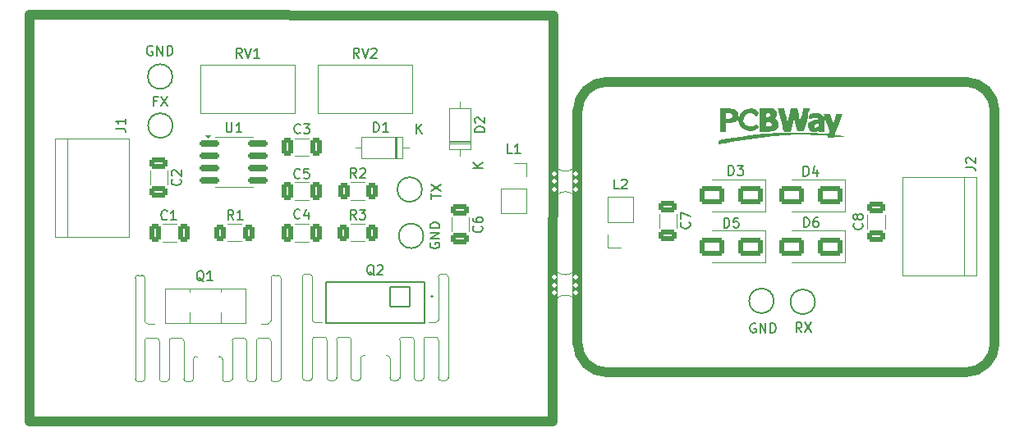
<source format=gbr>
G04 #@! TF.GenerationSoftware,KiCad,Pcbnew,8.0.6*
G04 #@! TF.CreationDate,2025-12-03T01:38:51-06:00*
G04 #@! TF.ProjectId,WirelessChargerPCB,57697265-6c65-4737-9343-686172676572,rev?*
G04 #@! TF.SameCoordinates,Original*
G04 #@! TF.FileFunction,Legend,Top*
G04 #@! TF.FilePolarity,Positive*
%FSLAX46Y46*%
G04 Gerber Fmt 4.6, Leading zero omitted, Abs format (unit mm)*
G04 Created by KiCad (PCBNEW 8.0.6) date 2025-12-03 01:38:51*
%MOMM*%
%LPD*%
G01*
G04 APERTURE LIST*
G04 Aperture macros list*
%AMRoundRect*
0 Rectangle with rounded corners*
0 $1 Rounding radius*
0 $2 $3 $4 $5 $6 $7 $8 $9 X,Y pos of 4 corners*
0 Add a 4 corners polygon primitive as box body*
4,1,4,$2,$3,$4,$5,$6,$7,$8,$9,$2,$3,0*
0 Add four circle primitives for the rounded corners*
1,1,$1+$1,$2,$3*
1,1,$1+$1,$4,$5*
1,1,$1+$1,$6,$7*
1,1,$1+$1,$8,$9*
0 Add four rect primitives between the rounded corners*
20,1,$1+$1,$2,$3,$4,$5,0*
20,1,$1+$1,$4,$5,$6,$7,0*
20,1,$1+$1,$6,$7,$8,$9,0*
20,1,$1+$1,$8,$9,$2,$3,0*%
G04 Aperture macros list end*
%ADD10C,1.000000*%
%ADD11C,0.150000*%
%ADD12C,0.120000*%
%ADD13C,0.127000*%
%ADD14C,0.200000*%
%ADD15C,0.100000*%
%ADD16C,0.000000*%
%ADD17C,3.200000*%
%ADD18R,3.000000X3.000000*%
%ADD19C,3.000000*%
%ADD20R,1.700000X1.700000*%
%ADD21O,1.700000X1.700000*%
%ADD22RoundRect,0.250000X-0.312500X-0.625000X0.312500X-0.625000X0.312500X0.625000X-0.312500X0.625000X0*%
%ADD23RoundRect,0.250000X-0.650000X0.325000X-0.650000X-0.325000X0.650000X-0.325000X0.650000X0.325000X0*%
%ADD24R,1.600000X1.600000*%
%ADD25O,1.600000X1.600000*%
%ADD26RoundRect,0.250000X1.000000X0.650000X-1.000000X0.650000X-1.000000X-0.650000X1.000000X-0.650000X0*%
%ADD27C,1.800000*%
%ADD28RoundRect,0.150000X-0.825000X-0.150000X0.825000X-0.150000X0.825000X0.150000X-0.825000X0.150000X0*%
%ADD29C,1.734000*%
%ADD30RoundRect,0.102000X0.997500X0.997500X-0.997500X0.997500X-0.997500X-0.997500X0.997500X-0.997500X0*%
%ADD31C,2.199000*%
%ADD32RoundRect,0.250000X0.325000X0.650000X-0.325000X0.650000X-0.325000X-0.650000X0.325000X-0.650000X0*%
%ADD33C,1.440000*%
%ADD34RoundRect,0.250000X-0.325000X-0.650000X0.325000X-0.650000X0.325000X0.650000X-0.325000X0.650000X0*%
%ADD35C,0.500000*%
%ADD36R,1.710000X1.800000*%
%ADD37O,1.710000X1.800000*%
%ADD38RoundRect,0.250000X0.650000X-0.325000X0.650000X0.325000X-0.650000X0.325000X-0.650000X-0.325000X0*%
G04 APERTURE END LIST*
D10*
X195300000Y-112390000D02*
G75*
G02*
X192300000Y-115390000I-3000000J0D01*
G01*
X155300000Y-85390000D02*
X192300000Y-85390000D01*
X152300000Y-88390000D02*
G75*
G02*
X155300000Y-85390000I3000000J0D01*
G01*
X155300000Y-115390000D02*
G75*
G02*
X152300000Y-112390000I0J3000000D01*
G01*
X95755000Y-120455000D02*
X95765000Y-78485000D01*
X149765000Y-78525000D02*
X149755000Y-120495000D01*
X192300000Y-85390000D02*
G75*
G02*
X195300000Y-88390000I0J-3000000D01*
G01*
X195300000Y-88390000D02*
X195300000Y-112390000D01*
X152300000Y-88390000D02*
X152300000Y-112390000D01*
X192300000Y-115390000D02*
X155300000Y-115390000D01*
X95765000Y-78485000D02*
X149765000Y-78525000D01*
X95755000Y-120455000D02*
X149755000Y-120495000D01*
D11*
X108453095Y-81712438D02*
X108357857Y-81664819D01*
X108357857Y-81664819D02*
X108215000Y-81664819D01*
X108215000Y-81664819D02*
X108072143Y-81712438D01*
X108072143Y-81712438D02*
X107976905Y-81807676D01*
X107976905Y-81807676D02*
X107929286Y-81902914D01*
X107929286Y-81902914D02*
X107881667Y-82093390D01*
X107881667Y-82093390D02*
X107881667Y-82236247D01*
X107881667Y-82236247D02*
X107929286Y-82426723D01*
X107929286Y-82426723D02*
X107976905Y-82521961D01*
X107976905Y-82521961D02*
X108072143Y-82617200D01*
X108072143Y-82617200D02*
X108215000Y-82664819D01*
X108215000Y-82664819D02*
X108310238Y-82664819D01*
X108310238Y-82664819D02*
X108453095Y-82617200D01*
X108453095Y-82617200D02*
X108500714Y-82569580D01*
X108500714Y-82569580D02*
X108500714Y-82236247D01*
X108500714Y-82236247D02*
X108310238Y-82236247D01*
X108929286Y-82664819D02*
X108929286Y-81664819D01*
X108929286Y-81664819D02*
X109500714Y-82664819D01*
X109500714Y-82664819D02*
X109500714Y-81664819D01*
X109976905Y-82664819D02*
X109976905Y-81664819D01*
X109976905Y-81664819D02*
X110215000Y-81664819D01*
X110215000Y-81664819D02*
X110357857Y-81712438D01*
X110357857Y-81712438D02*
X110453095Y-81807676D01*
X110453095Y-81807676D02*
X110500714Y-81902914D01*
X110500714Y-81902914D02*
X110548333Y-82093390D01*
X110548333Y-82093390D02*
X110548333Y-82236247D01*
X110548333Y-82236247D02*
X110500714Y-82426723D01*
X110500714Y-82426723D02*
X110453095Y-82521961D01*
X110453095Y-82521961D02*
X110357857Y-82617200D01*
X110357857Y-82617200D02*
X110215000Y-82664819D01*
X110215000Y-82664819D02*
X109976905Y-82664819D01*
X137122438Y-102016904D02*
X137074819Y-102112142D01*
X137074819Y-102112142D02*
X137074819Y-102254999D01*
X137074819Y-102254999D02*
X137122438Y-102397856D01*
X137122438Y-102397856D02*
X137217676Y-102493094D01*
X137217676Y-102493094D02*
X137312914Y-102540713D01*
X137312914Y-102540713D02*
X137503390Y-102588332D01*
X137503390Y-102588332D02*
X137646247Y-102588332D01*
X137646247Y-102588332D02*
X137836723Y-102540713D01*
X137836723Y-102540713D02*
X137931961Y-102493094D01*
X137931961Y-102493094D02*
X138027200Y-102397856D01*
X138027200Y-102397856D02*
X138074819Y-102254999D01*
X138074819Y-102254999D02*
X138074819Y-102159761D01*
X138074819Y-102159761D02*
X138027200Y-102016904D01*
X138027200Y-102016904D02*
X137979580Y-101969285D01*
X137979580Y-101969285D02*
X137646247Y-101969285D01*
X137646247Y-101969285D02*
X137646247Y-102159761D01*
X138074819Y-101540713D02*
X137074819Y-101540713D01*
X137074819Y-101540713D02*
X138074819Y-100969285D01*
X138074819Y-100969285D02*
X137074819Y-100969285D01*
X138074819Y-100493094D02*
X137074819Y-100493094D01*
X137074819Y-100493094D02*
X137074819Y-100254999D01*
X137074819Y-100254999D02*
X137122438Y-100112142D01*
X137122438Y-100112142D02*
X137217676Y-100016904D01*
X137217676Y-100016904D02*
X137312914Y-99969285D01*
X137312914Y-99969285D02*
X137503390Y-99921666D01*
X137503390Y-99921666D02*
X137646247Y-99921666D01*
X137646247Y-99921666D02*
X137836723Y-99969285D01*
X137836723Y-99969285D02*
X137931961Y-100016904D01*
X137931961Y-100016904D02*
X138027200Y-100112142D01*
X138027200Y-100112142D02*
X138074819Y-100254999D01*
X138074819Y-100254999D02*
X138074819Y-100493094D01*
X108931666Y-87381009D02*
X108598333Y-87381009D01*
X108598333Y-87904819D02*
X108598333Y-86904819D01*
X108598333Y-86904819D02*
X109074523Y-86904819D01*
X109360238Y-86904819D02*
X110026904Y-87904819D01*
X110026904Y-86904819D02*
X109360238Y-87904819D01*
X137184819Y-97506904D02*
X137184819Y-96935476D01*
X138184819Y-97221190D02*
X137184819Y-97221190D01*
X137184819Y-96697380D02*
X138184819Y-96030714D01*
X137184819Y-96030714D02*
X138184819Y-96697380D01*
X170638095Y-110347438D02*
X170542857Y-110299819D01*
X170542857Y-110299819D02*
X170400000Y-110299819D01*
X170400000Y-110299819D02*
X170257143Y-110347438D01*
X170257143Y-110347438D02*
X170161905Y-110442676D01*
X170161905Y-110442676D02*
X170114286Y-110537914D01*
X170114286Y-110537914D02*
X170066667Y-110728390D01*
X170066667Y-110728390D02*
X170066667Y-110871247D01*
X170066667Y-110871247D02*
X170114286Y-111061723D01*
X170114286Y-111061723D02*
X170161905Y-111156961D01*
X170161905Y-111156961D02*
X170257143Y-111252200D01*
X170257143Y-111252200D02*
X170400000Y-111299819D01*
X170400000Y-111299819D02*
X170495238Y-111299819D01*
X170495238Y-111299819D02*
X170638095Y-111252200D01*
X170638095Y-111252200D02*
X170685714Y-111204580D01*
X170685714Y-111204580D02*
X170685714Y-110871247D01*
X170685714Y-110871247D02*
X170495238Y-110871247D01*
X171114286Y-111299819D02*
X171114286Y-110299819D01*
X171114286Y-110299819D02*
X171685714Y-111299819D01*
X171685714Y-111299819D02*
X171685714Y-110299819D01*
X172161905Y-111299819D02*
X172161905Y-110299819D01*
X172161905Y-110299819D02*
X172400000Y-110299819D01*
X172400000Y-110299819D02*
X172542857Y-110347438D01*
X172542857Y-110347438D02*
X172638095Y-110442676D01*
X172638095Y-110442676D02*
X172685714Y-110537914D01*
X172685714Y-110537914D02*
X172733333Y-110728390D01*
X172733333Y-110728390D02*
X172733333Y-110871247D01*
X172733333Y-110871247D02*
X172685714Y-111061723D01*
X172685714Y-111061723D02*
X172638095Y-111156961D01*
X172638095Y-111156961D02*
X172542857Y-111252200D01*
X172542857Y-111252200D02*
X172400000Y-111299819D01*
X172400000Y-111299819D02*
X172161905Y-111299819D01*
X175403333Y-111259819D02*
X175070000Y-110783628D01*
X174831905Y-111259819D02*
X174831905Y-110259819D01*
X174831905Y-110259819D02*
X175212857Y-110259819D01*
X175212857Y-110259819D02*
X175308095Y-110307438D01*
X175308095Y-110307438D02*
X175355714Y-110355057D01*
X175355714Y-110355057D02*
X175403333Y-110450295D01*
X175403333Y-110450295D02*
X175403333Y-110593152D01*
X175403333Y-110593152D02*
X175355714Y-110688390D01*
X175355714Y-110688390D02*
X175308095Y-110736009D01*
X175308095Y-110736009D02*
X175212857Y-110783628D01*
X175212857Y-110783628D02*
X174831905Y-110783628D01*
X175736667Y-110259819D02*
X176403333Y-111259819D01*
X176403333Y-110259819D02*
X175736667Y-111259819D01*
X192304819Y-94213333D02*
X193019104Y-94213333D01*
X193019104Y-94213333D02*
X193161961Y-94260952D01*
X193161961Y-94260952D02*
X193257200Y-94356190D01*
X193257200Y-94356190D02*
X193304819Y-94499047D01*
X193304819Y-94499047D02*
X193304819Y-94594285D01*
X192400057Y-93784761D02*
X192352438Y-93737142D01*
X192352438Y-93737142D02*
X192304819Y-93641904D01*
X192304819Y-93641904D02*
X192304819Y-93403809D01*
X192304819Y-93403809D02*
X192352438Y-93308571D01*
X192352438Y-93308571D02*
X192400057Y-93260952D01*
X192400057Y-93260952D02*
X192495295Y-93213333D01*
X192495295Y-93213333D02*
X192590533Y-93213333D01*
X192590533Y-93213333D02*
X192733390Y-93260952D01*
X192733390Y-93260952D02*
X193304819Y-93832380D01*
X193304819Y-93832380D02*
X193304819Y-93213333D01*
X104669819Y-90198333D02*
X105384104Y-90198333D01*
X105384104Y-90198333D02*
X105526961Y-90245952D01*
X105526961Y-90245952D02*
X105622200Y-90341190D01*
X105622200Y-90341190D02*
X105669819Y-90484047D01*
X105669819Y-90484047D02*
X105669819Y-90579285D01*
X105669819Y-89198333D02*
X105669819Y-89769761D01*
X105669819Y-89484047D02*
X104669819Y-89484047D01*
X104669819Y-89484047D02*
X104812676Y-89579285D01*
X104812676Y-89579285D02*
X104907914Y-89674523D01*
X104907914Y-89674523D02*
X104955533Y-89769761D01*
X145533333Y-92789819D02*
X145057143Y-92789819D01*
X145057143Y-92789819D02*
X145057143Y-91789819D01*
X146390476Y-92789819D02*
X145819048Y-92789819D01*
X146104762Y-92789819D02*
X146104762Y-91789819D01*
X146104762Y-91789819D02*
X146009524Y-91932676D01*
X146009524Y-91932676D02*
X145914286Y-92027914D01*
X145914286Y-92027914D02*
X145819048Y-92075533D01*
X129465833Y-99599819D02*
X129132500Y-99123628D01*
X128894405Y-99599819D02*
X128894405Y-98599819D01*
X128894405Y-98599819D02*
X129275357Y-98599819D01*
X129275357Y-98599819D02*
X129370595Y-98647438D01*
X129370595Y-98647438D02*
X129418214Y-98695057D01*
X129418214Y-98695057D02*
X129465833Y-98790295D01*
X129465833Y-98790295D02*
X129465833Y-98933152D01*
X129465833Y-98933152D02*
X129418214Y-99028390D01*
X129418214Y-99028390D02*
X129370595Y-99076009D01*
X129370595Y-99076009D02*
X129275357Y-99123628D01*
X129275357Y-99123628D02*
X128894405Y-99123628D01*
X129799167Y-98599819D02*
X130418214Y-98599819D01*
X130418214Y-98599819D02*
X130084881Y-98980771D01*
X130084881Y-98980771D02*
X130227738Y-98980771D01*
X130227738Y-98980771D02*
X130322976Y-99028390D01*
X130322976Y-99028390D02*
X130370595Y-99076009D01*
X130370595Y-99076009D02*
X130418214Y-99171247D01*
X130418214Y-99171247D02*
X130418214Y-99409342D01*
X130418214Y-99409342D02*
X130370595Y-99504580D01*
X130370595Y-99504580D02*
X130322976Y-99552200D01*
X130322976Y-99552200D02*
X130227738Y-99599819D01*
X130227738Y-99599819D02*
X129942024Y-99599819D01*
X129942024Y-99599819D02*
X129846786Y-99552200D01*
X129846786Y-99552200D02*
X129799167Y-99504580D01*
X163809580Y-99906666D02*
X163857200Y-99954285D01*
X163857200Y-99954285D02*
X163904819Y-100097142D01*
X163904819Y-100097142D02*
X163904819Y-100192380D01*
X163904819Y-100192380D02*
X163857200Y-100335237D01*
X163857200Y-100335237D02*
X163761961Y-100430475D01*
X163761961Y-100430475D02*
X163666723Y-100478094D01*
X163666723Y-100478094D02*
X163476247Y-100525713D01*
X163476247Y-100525713D02*
X163333390Y-100525713D01*
X163333390Y-100525713D02*
X163142914Y-100478094D01*
X163142914Y-100478094D02*
X163047676Y-100430475D01*
X163047676Y-100430475D02*
X162952438Y-100335237D01*
X162952438Y-100335237D02*
X162904819Y-100192380D01*
X162904819Y-100192380D02*
X162904819Y-100097142D01*
X162904819Y-100097142D02*
X162952438Y-99954285D01*
X162952438Y-99954285D02*
X163000057Y-99906666D01*
X162904819Y-99573332D02*
X162904819Y-98906666D01*
X162904819Y-98906666D02*
X163904819Y-99335237D01*
X142699819Y-90583094D02*
X141699819Y-90583094D01*
X141699819Y-90583094D02*
X141699819Y-90344999D01*
X141699819Y-90344999D02*
X141747438Y-90202142D01*
X141747438Y-90202142D02*
X141842676Y-90106904D01*
X141842676Y-90106904D02*
X141937914Y-90059285D01*
X141937914Y-90059285D02*
X142128390Y-90011666D01*
X142128390Y-90011666D02*
X142271247Y-90011666D01*
X142271247Y-90011666D02*
X142461723Y-90059285D01*
X142461723Y-90059285D02*
X142556961Y-90106904D01*
X142556961Y-90106904D02*
X142652200Y-90202142D01*
X142652200Y-90202142D02*
X142699819Y-90344999D01*
X142699819Y-90344999D02*
X142699819Y-90583094D01*
X141795057Y-89630713D02*
X141747438Y-89583094D01*
X141747438Y-89583094D02*
X141699819Y-89487856D01*
X141699819Y-89487856D02*
X141699819Y-89249761D01*
X141699819Y-89249761D02*
X141747438Y-89154523D01*
X141747438Y-89154523D02*
X141795057Y-89106904D01*
X141795057Y-89106904D02*
X141890295Y-89059285D01*
X141890295Y-89059285D02*
X141985533Y-89059285D01*
X141985533Y-89059285D02*
X142128390Y-89106904D01*
X142128390Y-89106904D02*
X142699819Y-89678332D01*
X142699819Y-89678332D02*
X142699819Y-89059285D01*
X142529819Y-94296904D02*
X141529819Y-94296904D01*
X142529819Y-93725476D02*
X141958390Y-94154047D01*
X141529819Y-93725476D02*
X142101247Y-94296904D01*
X111324580Y-95456666D02*
X111372200Y-95504285D01*
X111372200Y-95504285D02*
X111419819Y-95647142D01*
X111419819Y-95647142D02*
X111419819Y-95742380D01*
X111419819Y-95742380D02*
X111372200Y-95885237D01*
X111372200Y-95885237D02*
X111276961Y-95980475D01*
X111276961Y-95980475D02*
X111181723Y-96028094D01*
X111181723Y-96028094D02*
X110991247Y-96075713D01*
X110991247Y-96075713D02*
X110848390Y-96075713D01*
X110848390Y-96075713D02*
X110657914Y-96028094D01*
X110657914Y-96028094D02*
X110562676Y-95980475D01*
X110562676Y-95980475D02*
X110467438Y-95885237D01*
X110467438Y-95885237D02*
X110419819Y-95742380D01*
X110419819Y-95742380D02*
X110419819Y-95647142D01*
X110419819Y-95647142D02*
X110467438Y-95504285D01*
X110467438Y-95504285D02*
X110515057Y-95456666D01*
X110515057Y-95075713D02*
X110467438Y-95028094D01*
X110467438Y-95028094D02*
X110419819Y-94932856D01*
X110419819Y-94932856D02*
X110419819Y-94694761D01*
X110419819Y-94694761D02*
X110467438Y-94599523D01*
X110467438Y-94599523D02*
X110515057Y-94551904D01*
X110515057Y-94551904D02*
X110610295Y-94504285D01*
X110610295Y-94504285D02*
X110705533Y-94504285D01*
X110705533Y-94504285D02*
X110848390Y-94551904D01*
X110848390Y-94551904D02*
X111419819Y-95123332D01*
X111419819Y-95123332D02*
X111419819Y-94504285D01*
X167394405Y-100444819D02*
X167394405Y-99444819D01*
X167394405Y-99444819D02*
X167632500Y-99444819D01*
X167632500Y-99444819D02*
X167775357Y-99492438D01*
X167775357Y-99492438D02*
X167870595Y-99587676D01*
X167870595Y-99587676D02*
X167918214Y-99682914D01*
X167918214Y-99682914D02*
X167965833Y-99873390D01*
X167965833Y-99873390D02*
X167965833Y-100016247D01*
X167965833Y-100016247D02*
X167918214Y-100206723D01*
X167918214Y-100206723D02*
X167870595Y-100301961D01*
X167870595Y-100301961D02*
X167775357Y-100397200D01*
X167775357Y-100397200D02*
X167632500Y-100444819D01*
X167632500Y-100444819D02*
X167394405Y-100444819D01*
X168870595Y-99444819D02*
X168394405Y-99444819D01*
X168394405Y-99444819D02*
X168346786Y-99921009D01*
X168346786Y-99921009D02*
X168394405Y-99873390D01*
X168394405Y-99873390D02*
X168489643Y-99825771D01*
X168489643Y-99825771D02*
X168727738Y-99825771D01*
X168727738Y-99825771D02*
X168822976Y-99873390D01*
X168822976Y-99873390D02*
X168870595Y-99921009D01*
X168870595Y-99921009D02*
X168918214Y-100016247D01*
X168918214Y-100016247D02*
X168918214Y-100254342D01*
X168918214Y-100254342D02*
X168870595Y-100349580D01*
X168870595Y-100349580D02*
X168822976Y-100397200D01*
X168822976Y-100397200D02*
X168727738Y-100444819D01*
X168727738Y-100444819D02*
X168489643Y-100444819D01*
X168489643Y-100444819D02*
X168394405Y-100397200D01*
X168394405Y-100397200D02*
X168346786Y-100349580D01*
X116083095Y-89589819D02*
X116083095Y-90399342D01*
X116083095Y-90399342D02*
X116130714Y-90494580D01*
X116130714Y-90494580D02*
X116178333Y-90542200D01*
X116178333Y-90542200D02*
X116273571Y-90589819D01*
X116273571Y-90589819D02*
X116464047Y-90589819D01*
X116464047Y-90589819D02*
X116559285Y-90542200D01*
X116559285Y-90542200D02*
X116606904Y-90494580D01*
X116606904Y-90494580D02*
X116654523Y-90399342D01*
X116654523Y-90399342D02*
X116654523Y-89589819D01*
X117654523Y-90589819D02*
X117083095Y-90589819D01*
X117368809Y-90589819D02*
X117368809Y-89589819D01*
X117368809Y-89589819D02*
X117273571Y-89732676D01*
X117273571Y-89732676D02*
X117178333Y-89827914D01*
X117178333Y-89827914D02*
X117083095Y-89875533D01*
X131329761Y-105385057D02*
X131234523Y-105337438D01*
X131234523Y-105337438D02*
X131139285Y-105242200D01*
X131139285Y-105242200D02*
X130996428Y-105099342D01*
X130996428Y-105099342D02*
X130901190Y-105051723D01*
X130901190Y-105051723D02*
X130805952Y-105051723D01*
X130853571Y-105289819D02*
X130758333Y-105242200D01*
X130758333Y-105242200D02*
X130663095Y-105146961D01*
X130663095Y-105146961D02*
X130615476Y-104956485D01*
X130615476Y-104956485D02*
X130615476Y-104623152D01*
X130615476Y-104623152D02*
X130663095Y-104432676D01*
X130663095Y-104432676D02*
X130758333Y-104337438D01*
X130758333Y-104337438D02*
X130853571Y-104289819D01*
X130853571Y-104289819D02*
X131044047Y-104289819D01*
X131044047Y-104289819D02*
X131139285Y-104337438D01*
X131139285Y-104337438D02*
X131234523Y-104432676D01*
X131234523Y-104432676D02*
X131282142Y-104623152D01*
X131282142Y-104623152D02*
X131282142Y-104956485D01*
X131282142Y-104956485D02*
X131234523Y-105146961D01*
X131234523Y-105146961D02*
X131139285Y-105242200D01*
X131139285Y-105242200D02*
X131044047Y-105289819D01*
X131044047Y-105289819D02*
X130853571Y-105289819D01*
X131663095Y-104385057D02*
X131710714Y-104337438D01*
X131710714Y-104337438D02*
X131805952Y-104289819D01*
X131805952Y-104289819D02*
X132044047Y-104289819D01*
X132044047Y-104289819D02*
X132139285Y-104337438D01*
X132139285Y-104337438D02*
X132186904Y-104385057D01*
X132186904Y-104385057D02*
X132234523Y-104480295D01*
X132234523Y-104480295D02*
X132234523Y-104575533D01*
X132234523Y-104575533D02*
X132186904Y-104718390D01*
X132186904Y-104718390D02*
X131615476Y-105289819D01*
X131615476Y-105289819D02*
X132234523Y-105289819D01*
X116823333Y-99619819D02*
X116490000Y-99143628D01*
X116251905Y-99619819D02*
X116251905Y-98619819D01*
X116251905Y-98619819D02*
X116632857Y-98619819D01*
X116632857Y-98619819D02*
X116728095Y-98667438D01*
X116728095Y-98667438D02*
X116775714Y-98715057D01*
X116775714Y-98715057D02*
X116823333Y-98810295D01*
X116823333Y-98810295D02*
X116823333Y-98953152D01*
X116823333Y-98953152D02*
X116775714Y-99048390D01*
X116775714Y-99048390D02*
X116728095Y-99096009D01*
X116728095Y-99096009D02*
X116632857Y-99143628D01*
X116632857Y-99143628D02*
X116251905Y-99143628D01*
X117775714Y-99619819D02*
X117204286Y-99619819D01*
X117490000Y-99619819D02*
X117490000Y-98619819D01*
X117490000Y-98619819D02*
X117394762Y-98762676D01*
X117394762Y-98762676D02*
X117299524Y-98857914D01*
X117299524Y-98857914D02*
X117204286Y-98905533D01*
X167846905Y-95034819D02*
X167846905Y-94034819D01*
X167846905Y-94034819D02*
X168085000Y-94034819D01*
X168085000Y-94034819D02*
X168227857Y-94082438D01*
X168227857Y-94082438D02*
X168323095Y-94177676D01*
X168323095Y-94177676D02*
X168370714Y-94272914D01*
X168370714Y-94272914D02*
X168418333Y-94463390D01*
X168418333Y-94463390D02*
X168418333Y-94606247D01*
X168418333Y-94606247D02*
X168370714Y-94796723D01*
X168370714Y-94796723D02*
X168323095Y-94891961D01*
X168323095Y-94891961D02*
X168227857Y-94987200D01*
X168227857Y-94987200D02*
X168085000Y-95034819D01*
X168085000Y-95034819D02*
X167846905Y-95034819D01*
X168751667Y-94034819D02*
X169370714Y-94034819D01*
X169370714Y-94034819D02*
X169037381Y-94415771D01*
X169037381Y-94415771D02*
X169180238Y-94415771D01*
X169180238Y-94415771D02*
X169275476Y-94463390D01*
X169275476Y-94463390D02*
X169323095Y-94511009D01*
X169323095Y-94511009D02*
X169370714Y-94606247D01*
X169370714Y-94606247D02*
X169370714Y-94844342D01*
X169370714Y-94844342D02*
X169323095Y-94939580D01*
X169323095Y-94939580D02*
X169275476Y-94987200D01*
X169275476Y-94987200D02*
X169180238Y-95034819D01*
X169180238Y-95034819D02*
X168894524Y-95034819D01*
X168894524Y-95034819D02*
X168799286Y-94987200D01*
X168799286Y-94987200D02*
X168751667Y-94939580D01*
X156538333Y-96454819D02*
X156062143Y-96454819D01*
X156062143Y-96454819D02*
X156062143Y-95454819D01*
X156824048Y-95550057D02*
X156871667Y-95502438D01*
X156871667Y-95502438D02*
X156966905Y-95454819D01*
X156966905Y-95454819D02*
X157205000Y-95454819D01*
X157205000Y-95454819D02*
X157300238Y-95502438D01*
X157300238Y-95502438D02*
X157347857Y-95550057D01*
X157347857Y-95550057D02*
X157395476Y-95645295D01*
X157395476Y-95645295D02*
X157395476Y-95740533D01*
X157395476Y-95740533D02*
X157347857Y-95883390D01*
X157347857Y-95883390D02*
X156776429Y-96454819D01*
X156776429Y-96454819D02*
X157395476Y-96454819D01*
X123670833Y-95274580D02*
X123623214Y-95322200D01*
X123623214Y-95322200D02*
X123480357Y-95369819D01*
X123480357Y-95369819D02*
X123385119Y-95369819D01*
X123385119Y-95369819D02*
X123242262Y-95322200D01*
X123242262Y-95322200D02*
X123147024Y-95226961D01*
X123147024Y-95226961D02*
X123099405Y-95131723D01*
X123099405Y-95131723D02*
X123051786Y-94941247D01*
X123051786Y-94941247D02*
X123051786Y-94798390D01*
X123051786Y-94798390D02*
X123099405Y-94607914D01*
X123099405Y-94607914D02*
X123147024Y-94512676D01*
X123147024Y-94512676D02*
X123242262Y-94417438D01*
X123242262Y-94417438D02*
X123385119Y-94369819D01*
X123385119Y-94369819D02*
X123480357Y-94369819D01*
X123480357Y-94369819D02*
X123623214Y-94417438D01*
X123623214Y-94417438D02*
X123670833Y-94465057D01*
X124575595Y-94369819D02*
X124099405Y-94369819D01*
X124099405Y-94369819D02*
X124051786Y-94846009D01*
X124051786Y-94846009D02*
X124099405Y-94798390D01*
X124099405Y-94798390D02*
X124194643Y-94750771D01*
X124194643Y-94750771D02*
X124432738Y-94750771D01*
X124432738Y-94750771D02*
X124527976Y-94798390D01*
X124527976Y-94798390D02*
X124575595Y-94846009D01*
X124575595Y-94846009D02*
X124623214Y-94941247D01*
X124623214Y-94941247D02*
X124623214Y-95179342D01*
X124623214Y-95179342D02*
X124575595Y-95274580D01*
X124575595Y-95274580D02*
X124527976Y-95322200D01*
X124527976Y-95322200D02*
X124432738Y-95369819D01*
X124432738Y-95369819D02*
X124194643Y-95369819D01*
X124194643Y-95369819D02*
X124099405Y-95322200D01*
X124099405Y-95322200D02*
X124051786Y-95274580D01*
X175571905Y-95104819D02*
X175571905Y-94104819D01*
X175571905Y-94104819D02*
X175810000Y-94104819D01*
X175810000Y-94104819D02*
X175952857Y-94152438D01*
X175952857Y-94152438D02*
X176048095Y-94247676D01*
X176048095Y-94247676D02*
X176095714Y-94342914D01*
X176095714Y-94342914D02*
X176143333Y-94533390D01*
X176143333Y-94533390D02*
X176143333Y-94676247D01*
X176143333Y-94676247D02*
X176095714Y-94866723D01*
X176095714Y-94866723D02*
X176048095Y-94961961D01*
X176048095Y-94961961D02*
X175952857Y-95057200D01*
X175952857Y-95057200D02*
X175810000Y-95104819D01*
X175810000Y-95104819D02*
X175571905Y-95104819D01*
X177000476Y-94438152D02*
X177000476Y-95104819D01*
X176762381Y-94057200D02*
X176524286Y-94771485D01*
X176524286Y-94771485D02*
X177143333Y-94771485D01*
X123683333Y-99444580D02*
X123635714Y-99492200D01*
X123635714Y-99492200D02*
X123492857Y-99539819D01*
X123492857Y-99539819D02*
X123397619Y-99539819D01*
X123397619Y-99539819D02*
X123254762Y-99492200D01*
X123254762Y-99492200D02*
X123159524Y-99396961D01*
X123159524Y-99396961D02*
X123111905Y-99301723D01*
X123111905Y-99301723D02*
X123064286Y-99111247D01*
X123064286Y-99111247D02*
X123064286Y-98968390D01*
X123064286Y-98968390D02*
X123111905Y-98777914D01*
X123111905Y-98777914D02*
X123159524Y-98682676D01*
X123159524Y-98682676D02*
X123254762Y-98587438D01*
X123254762Y-98587438D02*
X123397619Y-98539819D01*
X123397619Y-98539819D02*
X123492857Y-98539819D01*
X123492857Y-98539819D02*
X123635714Y-98587438D01*
X123635714Y-98587438D02*
X123683333Y-98635057D01*
X124540476Y-98873152D02*
X124540476Y-99539819D01*
X124302381Y-98492200D02*
X124064286Y-99206485D01*
X124064286Y-99206485D02*
X124683333Y-99206485D01*
X129769761Y-82919819D02*
X129436428Y-82443628D01*
X129198333Y-82919819D02*
X129198333Y-81919819D01*
X129198333Y-81919819D02*
X129579285Y-81919819D01*
X129579285Y-81919819D02*
X129674523Y-81967438D01*
X129674523Y-81967438D02*
X129722142Y-82015057D01*
X129722142Y-82015057D02*
X129769761Y-82110295D01*
X129769761Y-82110295D02*
X129769761Y-82253152D01*
X129769761Y-82253152D02*
X129722142Y-82348390D01*
X129722142Y-82348390D02*
X129674523Y-82396009D01*
X129674523Y-82396009D02*
X129579285Y-82443628D01*
X129579285Y-82443628D02*
X129198333Y-82443628D01*
X130055476Y-81919819D02*
X130388809Y-82919819D01*
X130388809Y-82919819D02*
X130722142Y-81919819D01*
X131007857Y-82015057D02*
X131055476Y-81967438D01*
X131055476Y-81967438D02*
X131150714Y-81919819D01*
X131150714Y-81919819D02*
X131388809Y-81919819D01*
X131388809Y-81919819D02*
X131484047Y-81967438D01*
X131484047Y-81967438D02*
X131531666Y-82015057D01*
X131531666Y-82015057D02*
X131579285Y-82110295D01*
X131579285Y-82110295D02*
X131579285Y-82205533D01*
X131579285Y-82205533D02*
X131531666Y-82348390D01*
X131531666Y-82348390D02*
X130960238Y-82919819D01*
X130960238Y-82919819D02*
X131579285Y-82919819D01*
X117689761Y-82919819D02*
X117356428Y-82443628D01*
X117118333Y-82919819D02*
X117118333Y-81919819D01*
X117118333Y-81919819D02*
X117499285Y-81919819D01*
X117499285Y-81919819D02*
X117594523Y-81967438D01*
X117594523Y-81967438D02*
X117642142Y-82015057D01*
X117642142Y-82015057D02*
X117689761Y-82110295D01*
X117689761Y-82110295D02*
X117689761Y-82253152D01*
X117689761Y-82253152D02*
X117642142Y-82348390D01*
X117642142Y-82348390D02*
X117594523Y-82396009D01*
X117594523Y-82396009D02*
X117499285Y-82443628D01*
X117499285Y-82443628D02*
X117118333Y-82443628D01*
X117975476Y-81919819D02*
X118308809Y-82919819D01*
X118308809Y-82919819D02*
X118642142Y-81919819D01*
X119499285Y-82919819D02*
X118927857Y-82919819D01*
X119213571Y-82919819D02*
X119213571Y-81919819D01*
X119213571Y-81919819D02*
X119118333Y-82062676D01*
X119118333Y-82062676D02*
X119023095Y-82157914D01*
X119023095Y-82157914D02*
X118927857Y-82205533D01*
X175621905Y-100394819D02*
X175621905Y-99394819D01*
X175621905Y-99394819D02*
X175860000Y-99394819D01*
X175860000Y-99394819D02*
X176002857Y-99442438D01*
X176002857Y-99442438D02*
X176098095Y-99537676D01*
X176098095Y-99537676D02*
X176145714Y-99632914D01*
X176145714Y-99632914D02*
X176193333Y-99823390D01*
X176193333Y-99823390D02*
X176193333Y-99966247D01*
X176193333Y-99966247D02*
X176145714Y-100156723D01*
X176145714Y-100156723D02*
X176098095Y-100251961D01*
X176098095Y-100251961D02*
X176002857Y-100347200D01*
X176002857Y-100347200D02*
X175860000Y-100394819D01*
X175860000Y-100394819D02*
X175621905Y-100394819D01*
X177050476Y-99394819D02*
X176860000Y-99394819D01*
X176860000Y-99394819D02*
X176764762Y-99442438D01*
X176764762Y-99442438D02*
X176717143Y-99490057D01*
X176717143Y-99490057D02*
X176621905Y-99632914D01*
X176621905Y-99632914D02*
X176574286Y-99823390D01*
X176574286Y-99823390D02*
X176574286Y-100204342D01*
X176574286Y-100204342D02*
X176621905Y-100299580D01*
X176621905Y-100299580D02*
X176669524Y-100347200D01*
X176669524Y-100347200D02*
X176764762Y-100394819D01*
X176764762Y-100394819D02*
X176955238Y-100394819D01*
X176955238Y-100394819D02*
X177050476Y-100347200D01*
X177050476Y-100347200D02*
X177098095Y-100299580D01*
X177098095Y-100299580D02*
X177145714Y-100204342D01*
X177145714Y-100204342D02*
X177145714Y-99966247D01*
X177145714Y-99966247D02*
X177098095Y-99871009D01*
X177098095Y-99871009D02*
X177050476Y-99823390D01*
X177050476Y-99823390D02*
X176955238Y-99775771D01*
X176955238Y-99775771D02*
X176764762Y-99775771D01*
X176764762Y-99775771D02*
X176669524Y-99823390D01*
X176669524Y-99823390D02*
X176621905Y-99871009D01*
X176621905Y-99871009D02*
X176574286Y-99966247D01*
X142394580Y-100296666D02*
X142442200Y-100344285D01*
X142442200Y-100344285D02*
X142489819Y-100487142D01*
X142489819Y-100487142D02*
X142489819Y-100582380D01*
X142489819Y-100582380D02*
X142442200Y-100725237D01*
X142442200Y-100725237D02*
X142346961Y-100820475D01*
X142346961Y-100820475D02*
X142251723Y-100868094D01*
X142251723Y-100868094D02*
X142061247Y-100915713D01*
X142061247Y-100915713D02*
X141918390Y-100915713D01*
X141918390Y-100915713D02*
X141727914Y-100868094D01*
X141727914Y-100868094D02*
X141632676Y-100820475D01*
X141632676Y-100820475D02*
X141537438Y-100725237D01*
X141537438Y-100725237D02*
X141489819Y-100582380D01*
X141489819Y-100582380D02*
X141489819Y-100487142D01*
X141489819Y-100487142D02*
X141537438Y-100344285D01*
X141537438Y-100344285D02*
X141585057Y-100296666D01*
X141489819Y-99439523D02*
X141489819Y-99629999D01*
X141489819Y-99629999D02*
X141537438Y-99725237D01*
X141537438Y-99725237D02*
X141585057Y-99772856D01*
X141585057Y-99772856D02*
X141727914Y-99868094D01*
X141727914Y-99868094D02*
X141918390Y-99915713D01*
X141918390Y-99915713D02*
X142299342Y-99915713D01*
X142299342Y-99915713D02*
X142394580Y-99868094D01*
X142394580Y-99868094D02*
X142442200Y-99820475D01*
X142442200Y-99820475D02*
X142489819Y-99725237D01*
X142489819Y-99725237D02*
X142489819Y-99534761D01*
X142489819Y-99534761D02*
X142442200Y-99439523D01*
X142442200Y-99439523D02*
X142394580Y-99391904D01*
X142394580Y-99391904D02*
X142299342Y-99344285D01*
X142299342Y-99344285D02*
X142061247Y-99344285D01*
X142061247Y-99344285D02*
X141966009Y-99391904D01*
X141966009Y-99391904D02*
X141918390Y-99439523D01*
X141918390Y-99439523D02*
X141870771Y-99534761D01*
X141870771Y-99534761D02*
X141870771Y-99725237D01*
X141870771Y-99725237D02*
X141918390Y-99820475D01*
X141918390Y-99820475D02*
X141966009Y-99868094D01*
X141966009Y-99868094D02*
X142061247Y-99915713D01*
X123698333Y-90634580D02*
X123650714Y-90682200D01*
X123650714Y-90682200D02*
X123507857Y-90729819D01*
X123507857Y-90729819D02*
X123412619Y-90729819D01*
X123412619Y-90729819D02*
X123269762Y-90682200D01*
X123269762Y-90682200D02*
X123174524Y-90586961D01*
X123174524Y-90586961D02*
X123126905Y-90491723D01*
X123126905Y-90491723D02*
X123079286Y-90301247D01*
X123079286Y-90301247D02*
X123079286Y-90158390D01*
X123079286Y-90158390D02*
X123126905Y-89967914D01*
X123126905Y-89967914D02*
X123174524Y-89872676D01*
X123174524Y-89872676D02*
X123269762Y-89777438D01*
X123269762Y-89777438D02*
X123412619Y-89729819D01*
X123412619Y-89729819D02*
X123507857Y-89729819D01*
X123507857Y-89729819D02*
X123650714Y-89777438D01*
X123650714Y-89777438D02*
X123698333Y-89825057D01*
X124031667Y-89729819D02*
X124650714Y-89729819D01*
X124650714Y-89729819D02*
X124317381Y-90110771D01*
X124317381Y-90110771D02*
X124460238Y-90110771D01*
X124460238Y-90110771D02*
X124555476Y-90158390D01*
X124555476Y-90158390D02*
X124603095Y-90206009D01*
X124603095Y-90206009D02*
X124650714Y-90301247D01*
X124650714Y-90301247D02*
X124650714Y-90539342D01*
X124650714Y-90539342D02*
X124603095Y-90634580D01*
X124603095Y-90634580D02*
X124555476Y-90682200D01*
X124555476Y-90682200D02*
X124460238Y-90729819D01*
X124460238Y-90729819D02*
X124174524Y-90729819D01*
X124174524Y-90729819D02*
X124079286Y-90682200D01*
X124079286Y-90682200D02*
X124031667Y-90634580D01*
X131256905Y-90559819D02*
X131256905Y-89559819D01*
X131256905Y-89559819D02*
X131495000Y-89559819D01*
X131495000Y-89559819D02*
X131637857Y-89607438D01*
X131637857Y-89607438D02*
X131733095Y-89702676D01*
X131733095Y-89702676D02*
X131780714Y-89797914D01*
X131780714Y-89797914D02*
X131828333Y-89988390D01*
X131828333Y-89988390D02*
X131828333Y-90131247D01*
X131828333Y-90131247D02*
X131780714Y-90321723D01*
X131780714Y-90321723D02*
X131733095Y-90416961D01*
X131733095Y-90416961D02*
X131637857Y-90512200D01*
X131637857Y-90512200D02*
X131495000Y-90559819D01*
X131495000Y-90559819D02*
X131256905Y-90559819D01*
X132780714Y-90559819D02*
X132209286Y-90559819D01*
X132495000Y-90559819D02*
X132495000Y-89559819D01*
X132495000Y-89559819D02*
X132399762Y-89702676D01*
X132399762Y-89702676D02*
X132304524Y-89797914D01*
X132304524Y-89797914D02*
X132209286Y-89845533D01*
X135703095Y-90719819D02*
X135703095Y-89719819D01*
X136274523Y-90719819D02*
X135845952Y-90148390D01*
X136274523Y-89719819D02*
X135703095Y-90291247D01*
X113759761Y-106005057D02*
X113664523Y-105957438D01*
X113664523Y-105957438D02*
X113569285Y-105862200D01*
X113569285Y-105862200D02*
X113426428Y-105719342D01*
X113426428Y-105719342D02*
X113331190Y-105671723D01*
X113331190Y-105671723D02*
X113235952Y-105671723D01*
X113283571Y-105909819D02*
X113188333Y-105862200D01*
X113188333Y-105862200D02*
X113093095Y-105766961D01*
X113093095Y-105766961D02*
X113045476Y-105576485D01*
X113045476Y-105576485D02*
X113045476Y-105243152D01*
X113045476Y-105243152D02*
X113093095Y-105052676D01*
X113093095Y-105052676D02*
X113188333Y-104957438D01*
X113188333Y-104957438D02*
X113283571Y-104909819D01*
X113283571Y-104909819D02*
X113474047Y-104909819D01*
X113474047Y-104909819D02*
X113569285Y-104957438D01*
X113569285Y-104957438D02*
X113664523Y-105052676D01*
X113664523Y-105052676D02*
X113712142Y-105243152D01*
X113712142Y-105243152D02*
X113712142Y-105576485D01*
X113712142Y-105576485D02*
X113664523Y-105766961D01*
X113664523Y-105766961D02*
X113569285Y-105862200D01*
X113569285Y-105862200D02*
X113474047Y-105909819D01*
X113474047Y-105909819D02*
X113283571Y-105909819D01*
X114664523Y-105909819D02*
X114093095Y-105909819D01*
X114378809Y-105909819D02*
X114378809Y-104909819D01*
X114378809Y-104909819D02*
X114283571Y-105052676D01*
X114283571Y-105052676D02*
X114188333Y-105147914D01*
X114188333Y-105147914D02*
X114093095Y-105195533D01*
X129470833Y-95299819D02*
X129137500Y-94823628D01*
X128899405Y-95299819D02*
X128899405Y-94299819D01*
X128899405Y-94299819D02*
X129280357Y-94299819D01*
X129280357Y-94299819D02*
X129375595Y-94347438D01*
X129375595Y-94347438D02*
X129423214Y-94395057D01*
X129423214Y-94395057D02*
X129470833Y-94490295D01*
X129470833Y-94490295D02*
X129470833Y-94633152D01*
X129470833Y-94633152D02*
X129423214Y-94728390D01*
X129423214Y-94728390D02*
X129375595Y-94776009D01*
X129375595Y-94776009D02*
X129280357Y-94823628D01*
X129280357Y-94823628D02*
X128899405Y-94823628D01*
X129851786Y-94395057D02*
X129899405Y-94347438D01*
X129899405Y-94347438D02*
X129994643Y-94299819D01*
X129994643Y-94299819D02*
X130232738Y-94299819D01*
X130232738Y-94299819D02*
X130327976Y-94347438D01*
X130327976Y-94347438D02*
X130375595Y-94395057D01*
X130375595Y-94395057D02*
X130423214Y-94490295D01*
X130423214Y-94490295D02*
X130423214Y-94585533D01*
X130423214Y-94585533D02*
X130375595Y-94728390D01*
X130375595Y-94728390D02*
X129804167Y-95299819D01*
X129804167Y-95299819D02*
X130423214Y-95299819D01*
X181609580Y-100006666D02*
X181657200Y-100054285D01*
X181657200Y-100054285D02*
X181704819Y-100197142D01*
X181704819Y-100197142D02*
X181704819Y-100292380D01*
X181704819Y-100292380D02*
X181657200Y-100435237D01*
X181657200Y-100435237D02*
X181561961Y-100530475D01*
X181561961Y-100530475D02*
X181466723Y-100578094D01*
X181466723Y-100578094D02*
X181276247Y-100625713D01*
X181276247Y-100625713D02*
X181133390Y-100625713D01*
X181133390Y-100625713D02*
X180942914Y-100578094D01*
X180942914Y-100578094D02*
X180847676Y-100530475D01*
X180847676Y-100530475D02*
X180752438Y-100435237D01*
X180752438Y-100435237D02*
X180704819Y-100292380D01*
X180704819Y-100292380D02*
X180704819Y-100197142D01*
X180704819Y-100197142D02*
X180752438Y-100054285D01*
X180752438Y-100054285D02*
X180800057Y-100006666D01*
X181133390Y-99435237D02*
X181085771Y-99530475D01*
X181085771Y-99530475D02*
X181038152Y-99578094D01*
X181038152Y-99578094D02*
X180942914Y-99625713D01*
X180942914Y-99625713D02*
X180895295Y-99625713D01*
X180895295Y-99625713D02*
X180800057Y-99578094D01*
X180800057Y-99578094D02*
X180752438Y-99530475D01*
X180752438Y-99530475D02*
X180704819Y-99435237D01*
X180704819Y-99435237D02*
X180704819Y-99244761D01*
X180704819Y-99244761D02*
X180752438Y-99149523D01*
X180752438Y-99149523D02*
X180800057Y-99101904D01*
X180800057Y-99101904D02*
X180895295Y-99054285D01*
X180895295Y-99054285D02*
X180942914Y-99054285D01*
X180942914Y-99054285D02*
X181038152Y-99101904D01*
X181038152Y-99101904D02*
X181085771Y-99149523D01*
X181085771Y-99149523D02*
X181133390Y-99244761D01*
X181133390Y-99244761D02*
X181133390Y-99435237D01*
X181133390Y-99435237D02*
X181181009Y-99530475D01*
X181181009Y-99530475D02*
X181228628Y-99578094D01*
X181228628Y-99578094D02*
X181323866Y-99625713D01*
X181323866Y-99625713D02*
X181514342Y-99625713D01*
X181514342Y-99625713D02*
X181609580Y-99578094D01*
X181609580Y-99578094D02*
X181657200Y-99530475D01*
X181657200Y-99530475D02*
X181704819Y-99435237D01*
X181704819Y-99435237D02*
X181704819Y-99244761D01*
X181704819Y-99244761D02*
X181657200Y-99149523D01*
X181657200Y-99149523D02*
X181609580Y-99101904D01*
X181609580Y-99101904D02*
X181514342Y-99054285D01*
X181514342Y-99054285D02*
X181323866Y-99054285D01*
X181323866Y-99054285D02*
X181228628Y-99101904D01*
X181228628Y-99101904D02*
X181181009Y-99149523D01*
X181181009Y-99149523D02*
X181133390Y-99244761D01*
X109973333Y-99564580D02*
X109925714Y-99612200D01*
X109925714Y-99612200D02*
X109782857Y-99659819D01*
X109782857Y-99659819D02*
X109687619Y-99659819D01*
X109687619Y-99659819D02*
X109544762Y-99612200D01*
X109544762Y-99612200D02*
X109449524Y-99516961D01*
X109449524Y-99516961D02*
X109401905Y-99421723D01*
X109401905Y-99421723D02*
X109354286Y-99231247D01*
X109354286Y-99231247D02*
X109354286Y-99088390D01*
X109354286Y-99088390D02*
X109401905Y-98897914D01*
X109401905Y-98897914D02*
X109449524Y-98802676D01*
X109449524Y-98802676D02*
X109544762Y-98707438D01*
X109544762Y-98707438D02*
X109687619Y-98659819D01*
X109687619Y-98659819D02*
X109782857Y-98659819D01*
X109782857Y-98659819D02*
X109925714Y-98707438D01*
X109925714Y-98707438D02*
X109973333Y-98755057D01*
X110925714Y-99659819D02*
X110354286Y-99659819D01*
X110640000Y-99659819D02*
X110640000Y-98659819D01*
X110640000Y-98659819D02*
X110544762Y-98802676D01*
X110544762Y-98802676D02*
X110449524Y-98897914D01*
X110449524Y-98897914D02*
X110354286Y-98945533D01*
D12*
X185830000Y-95210000D02*
X185830000Y-105370000D01*
X185830000Y-105370000D02*
X193450000Y-105370000D01*
X192180000Y-95210000D02*
X192180000Y-105370000D01*
X193450000Y-95210000D02*
X185830000Y-95210000D01*
X193450000Y-105370000D02*
X193450000Y-95210000D01*
X98375000Y-91275000D02*
X98375000Y-101435000D01*
X98375000Y-101435000D02*
X105995000Y-101435000D01*
X99645000Y-101435000D02*
X99645000Y-91275000D01*
X105995000Y-91275000D02*
X98375000Y-91275000D01*
X105995000Y-101435000D02*
X105995000Y-91275000D01*
X144370000Y-96375000D02*
X144370000Y-98975000D01*
X144370000Y-96375000D02*
X147030000Y-96375000D01*
X144370000Y-98975000D02*
X147030000Y-98975000D01*
X145700000Y-93775000D02*
X147030000Y-93775000D01*
X147030000Y-93775000D02*
X147030000Y-95105000D01*
X147030000Y-96375000D02*
X147030000Y-98975000D01*
X128905436Y-100055000D02*
X130359564Y-100055000D01*
X128905436Y-101875000D02*
X130359564Y-101875000D01*
X160690000Y-99028748D02*
X160690000Y-100451252D01*
X162510000Y-99028748D02*
X162510000Y-100451252D01*
X139035000Y-88105000D02*
X139035000Y-92345000D01*
X139035000Y-91505000D02*
X141275000Y-91505000D01*
X139035000Y-91625000D02*
X141275000Y-91625000D01*
X139035000Y-91745000D02*
X141275000Y-91745000D01*
X139035000Y-92345000D02*
X141275000Y-92345000D01*
X140155000Y-87455000D02*
X140155000Y-88105000D01*
X140155000Y-92995000D02*
X140155000Y-92345000D01*
X141275000Y-88105000D02*
X139035000Y-88105000D01*
X141275000Y-92345000D02*
X141275000Y-88105000D01*
X108205000Y-94578748D02*
X108205000Y-96001252D01*
X110025000Y-94578748D02*
X110025000Y-96001252D01*
X171632500Y-100770000D02*
X166122500Y-100770000D01*
X171632500Y-104070000D02*
X166122500Y-104070000D01*
X171632500Y-104070000D02*
X171632500Y-100770000D01*
X116840000Y-91110000D02*
X114890000Y-91110000D01*
X116840000Y-91110000D02*
X118790000Y-91110000D01*
X116840000Y-96230000D02*
X114890000Y-96230000D01*
X116840000Y-96230000D02*
X118790000Y-96230000D01*
X114140000Y-91205000D02*
X113900000Y-90875000D01*
X114380000Y-90875000D01*
X114140000Y-91205000D01*
G36*
X114140000Y-91205000D02*
G01*
X113900000Y-90875000D01*
X114380000Y-90875000D01*
X114140000Y-91205000D01*
G37*
D13*
X136400000Y-101300000D02*
G75*
G02*
X133860000Y-101300000I-1270000J0D01*
G01*
X133860000Y-101300000D02*
G75*
G02*
X136400000Y-101300000I1270000J0D01*
G01*
X126347500Y-106077500D02*
X136507500Y-106077500D01*
X126347500Y-110272500D02*
X126347500Y-106077500D01*
X136507500Y-106077500D02*
X136507500Y-110272500D01*
X136507500Y-110272500D02*
X126347500Y-110272500D01*
D14*
X137357500Y-107555000D02*
G75*
G02*
X137157500Y-107555000I-100000J0D01*
G01*
X137157500Y-107555000D02*
G75*
G02*
X137357500Y-107555000I100000J0D01*
G01*
D13*
X172520000Y-108010000D02*
G75*
G02*
X169980000Y-108010000I-1270000J0D01*
G01*
X169980000Y-108010000D02*
G75*
G02*
X172520000Y-108010000I1270000J0D01*
G01*
D12*
X116182936Y-100055000D02*
X117637064Y-100055000D01*
X116182936Y-101875000D02*
X117637064Y-101875000D01*
X171632500Y-95450000D02*
X166122500Y-95450000D01*
X171632500Y-98750000D02*
X166122500Y-98750000D01*
X171632500Y-98750000D02*
X171632500Y-95450000D01*
X155385000Y-99890000D02*
X155385000Y-97290000D01*
X155385000Y-102490000D02*
X155385000Y-101160000D01*
X156715000Y-102490000D02*
X155385000Y-102490000D01*
X158045000Y-97290000D02*
X155385000Y-97290000D01*
X158045000Y-99890000D02*
X155385000Y-99890000D01*
X158045000Y-99890000D02*
X158045000Y-97290000D01*
X124568752Y-95765000D02*
X123146248Y-95765000D01*
X124568752Y-97585000D02*
X123146248Y-97585000D01*
X179860000Y-95450000D02*
X174350000Y-95450000D01*
X179860000Y-98750000D02*
X174350000Y-98750000D01*
X179860000Y-98750000D02*
X179860000Y-95450000D01*
X124581252Y-100085000D02*
X123158748Y-100085000D01*
X124581252Y-101905000D02*
X123158748Y-101905000D01*
D13*
X110550000Y-89910000D02*
G75*
G02*
X108010000Y-89910000I-1270000J0D01*
G01*
X108010000Y-89910000D02*
G75*
G02*
X110550000Y-89910000I1270000J0D01*
G01*
D15*
X106675000Y-116055000D02*
X106675000Y-105655000D01*
X106975000Y-105355000D02*
X107375000Y-105355000D01*
X107375000Y-116355000D02*
X106975000Y-116355000D01*
X107675000Y-105655000D02*
X107675000Y-110055000D01*
X107675000Y-112155000D02*
X107675000Y-116055000D01*
X107975000Y-110355000D02*
X108675000Y-110355000D01*
X108875000Y-111855000D02*
X107975000Y-111855000D01*
X109175000Y-116055000D02*
X109175000Y-112155000D01*
X109875000Y-116355000D02*
X109475000Y-116355000D01*
X110175000Y-112155000D02*
X110175000Y-116055000D01*
X111375000Y-111855000D02*
X110475000Y-111855000D01*
X111675000Y-116055000D02*
X111675000Y-112155000D01*
X112375000Y-116355000D02*
X111975000Y-116355000D01*
X112675000Y-114055000D02*
X112675000Y-116055000D01*
X112975000Y-113755000D02*
X113075000Y-113755000D01*
X115375000Y-113755000D02*
X115275000Y-113755000D01*
X115675000Y-116055000D02*
X115675000Y-114055000D01*
X116375000Y-116355000D02*
X115975000Y-116355000D01*
X116675000Y-112155000D02*
X116675000Y-116055000D01*
X117875000Y-111855000D02*
X116975000Y-111855000D01*
X118175000Y-116055000D02*
X118175000Y-112155000D01*
X118875000Y-116355000D02*
X118475000Y-116355000D01*
X119175000Y-112155000D02*
X119175000Y-116055000D01*
X120375000Y-110355000D02*
X119675000Y-110355000D01*
X120375000Y-111855000D02*
X119475000Y-111855000D01*
X120675000Y-110055000D02*
X120675000Y-105655000D01*
X120675000Y-116055000D02*
X120675000Y-112155000D01*
X120975000Y-105355000D02*
X121375000Y-105355000D01*
X121375000Y-116355000D02*
X120975000Y-116355000D01*
X121675000Y-105655000D02*
X121675000Y-116055000D01*
X106675000Y-105655000D02*
G75*
G02*
X106975000Y-105355000I300000J0D01*
G01*
X106975000Y-116355000D02*
G75*
G02*
X106675000Y-116055000I0J300000D01*
G01*
X107375000Y-105355000D02*
G75*
G02*
X107675000Y-105655000I0J-300000D01*
G01*
X107675000Y-112155000D02*
G75*
G02*
X107975000Y-111855000I300000J0D01*
G01*
X107675000Y-116055000D02*
G75*
G02*
X107375000Y-116355000I-300000J0D01*
G01*
X107975000Y-110355000D02*
G75*
G02*
X107675000Y-110055000I0J300000D01*
G01*
X108875000Y-111855000D02*
G75*
G02*
X109175000Y-112155000I0J-300000D01*
G01*
X109475000Y-116355000D02*
G75*
G02*
X109175000Y-116055000I0J300000D01*
G01*
X110175000Y-112155000D02*
G75*
G02*
X110475000Y-111855000I300000J0D01*
G01*
X110175000Y-116055000D02*
G75*
G02*
X109875000Y-116355000I-300000J0D01*
G01*
X111375000Y-111855000D02*
G75*
G02*
X111675000Y-112155000I0J-300000D01*
G01*
X111975000Y-116355000D02*
G75*
G02*
X111675000Y-116055000I0J300000D01*
G01*
X112675000Y-114055000D02*
G75*
G02*
X112975000Y-113755000I300000J0D01*
G01*
X112675000Y-116055000D02*
G75*
G02*
X112375000Y-116355000I-300000J0D01*
G01*
X115375000Y-113755000D02*
G75*
G02*
X115675000Y-114055000I0J-300000D01*
G01*
X115975000Y-116355000D02*
G75*
G02*
X115675000Y-116055000I0J300000D01*
G01*
X116675000Y-112155000D02*
G75*
G02*
X116975000Y-111855000I300000J0D01*
G01*
X116675000Y-116055000D02*
G75*
G02*
X116375000Y-116355000I-300000J0D01*
G01*
X117875000Y-111855000D02*
G75*
G02*
X118175000Y-112155000I0J-300000D01*
G01*
X118475000Y-116355000D02*
G75*
G02*
X118175000Y-116055000I0J300000D01*
G01*
X119175000Y-112155000D02*
G75*
G02*
X119475000Y-111855000I300000J0D01*
G01*
X119175000Y-116055000D02*
G75*
G02*
X118875000Y-116355000I-300000J0D01*
G01*
X120375000Y-111855000D02*
G75*
G02*
X120675000Y-112155000I0J-300000D01*
G01*
X120675000Y-105655000D02*
G75*
G02*
X120975000Y-105355000I300000J0D01*
G01*
X120675000Y-110055000D02*
G75*
G02*
X120375000Y-110355000I-300000J0D01*
G01*
X120975000Y-116355000D02*
G75*
G02*
X120675000Y-116055000I0J300000D01*
G01*
X121375000Y-105355000D02*
G75*
G02*
X121675000Y-105655000I0J-300000D01*
G01*
X121675000Y-116055000D02*
G75*
G02*
X121375000Y-116355000I-300000J0D01*
G01*
X123935000Y-115945000D02*
X123935000Y-105545000D01*
X124235000Y-105245000D02*
X124635000Y-105245000D01*
X124635000Y-116245000D02*
X124235000Y-116245000D01*
X124935000Y-105545000D02*
X124935000Y-109945000D01*
X124935000Y-112045000D02*
X124935000Y-115945000D01*
X125235000Y-110245000D02*
X125935000Y-110245000D01*
X126135000Y-111745000D02*
X125235000Y-111745000D01*
X126435000Y-115945000D02*
X126435000Y-112045000D01*
X127135000Y-116245000D02*
X126735000Y-116245000D01*
X127435000Y-112045000D02*
X127435000Y-115945000D01*
X128635000Y-111745000D02*
X127735000Y-111745000D01*
X128935000Y-115945000D02*
X128935000Y-112045000D01*
X129635000Y-116245000D02*
X129235000Y-116245000D01*
X129935000Y-113945000D02*
X129935000Y-115945000D01*
X130235000Y-113645000D02*
X130335000Y-113645000D01*
X132635000Y-113645000D02*
X132535000Y-113645000D01*
X132935000Y-115945000D02*
X132935000Y-113945000D01*
X133635000Y-116245000D02*
X133235000Y-116245000D01*
X133935000Y-112045000D02*
X133935000Y-115945000D01*
X135135000Y-111745000D02*
X134235000Y-111745000D01*
X135435000Y-115945000D02*
X135435000Y-112045000D01*
X136135000Y-116245000D02*
X135735000Y-116245000D01*
X136435000Y-112045000D02*
X136435000Y-115945000D01*
X137635000Y-110245000D02*
X136935000Y-110245000D01*
X137635000Y-111745000D02*
X136735000Y-111745000D01*
X137935000Y-109945000D02*
X137935000Y-105545000D01*
X137935000Y-115945000D02*
X137935000Y-112045000D01*
X138235000Y-105245000D02*
X138635000Y-105245000D01*
X138635000Y-116245000D02*
X138235000Y-116245000D01*
X138935000Y-105545000D02*
X138935000Y-115945000D01*
X123935000Y-105545000D02*
G75*
G02*
X124235000Y-105245000I300000J0D01*
G01*
X124235000Y-116245000D02*
G75*
G02*
X123935000Y-115945000I0J300000D01*
G01*
X124635000Y-105245000D02*
G75*
G02*
X124935000Y-105545000I0J-300000D01*
G01*
X124935000Y-112045000D02*
G75*
G02*
X125235000Y-111745000I300000J0D01*
G01*
X124935000Y-115945000D02*
G75*
G02*
X124635000Y-116245000I-300000J0D01*
G01*
X125235000Y-110245000D02*
G75*
G02*
X124935000Y-109945000I0J300000D01*
G01*
X126135000Y-111745000D02*
G75*
G02*
X126435000Y-112045000I0J-300000D01*
G01*
X126735000Y-116245000D02*
G75*
G02*
X126435000Y-115945000I0J300000D01*
G01*
X127435000Y-112045000D02*
G75*
G02*
X127735000Y-111745000I300000J0D01*
G01*
X127435000Y-115945000D02*
G75*
G02*
X127135000Y-116245000I-300000J0D01*
G01*
X128635000Y-111745000D02*
G75*
G02*
X128935000Y-112045000I0J-300000D01*
G01*
X129235000Y-116245000D02*
G75*
G02*
X128935000Y-115945000I0J300000D01*
G01*
X129935000Y-113945000D02*
G75*
G02*
X130235000Y-113645000I300000J0D01*
G01*
X129935000Y-115945000D02*
G75*
G02*
X129635000Y-116245000I-300000J0D01*
G01*
X132635000Y-113645000D02*
G75*
G02*
X132935000Y-113945000I0J-300000D01*
G01*
X133235000Y-116245000D02*
G75*
G02*
X132935000Y-115945000I0J300000D01*
G01*
X133935000Y-112045000D02*
G75*
G02*
X134235000Y-111745000I300000J0D01*
G01*
X133935000Y-115945000D02*
G75*
G02*
X133635000Y-116245000I-300000J0D01*
G01*
X135135000Y-111745000D02*
G75*
G02*
X135435000Y-112045000I0J-300000D01*
G01*
X135735000Y-116245000D02*
G75*
G02*
X135435000Y-115945000I0J300000D01*
G01*
X136435000Y-112045000D02*
G75*
G02*
X136735000Y-111745000I300000J0D01*
G01*
X136435000Y-115945000D02*
G75*
G02*
X136135000Y-116245000I-300000J0D01*
G01*
X137635000Y-111745000D02*
G75*
G02*
X137935000Y-112045000I0J-300000D01*
G01*
X137935000Y-105545000D02*
G75*
G02*
X138235000Y-105245000I300000J0D01*
G01*
X137935000Y-109945000D02*
G75*
G02*
X137635000Y-110245000I-300000J0D01*
G01*
X138235000Y-116245000D02*
G75*
G02*
X137935000Y-115945000I0J300000D01*
G01*
X138635000Y-105245000D02*
G75*
G02*
X138935000Y-105545000I0J-300000D01*
G01*
X138935000Y-115945000D02*
G75*
G02*
X138635000Y-116245000I-300000J0D01*
G01*
D12*
X125480000Y-83595000D02*
X125480000Y-88665000D01*
X125480000Y-83595000D02*
X135250000Y-83595000D01*
X125480000Y-88665000D02*
X135250000Y-88665000D01*
X135250000Y-83595000D02*
X135250000Y-88665000D01*
D16*
G36*
X175088559Y-88784127D02*
G01*
X175152772Y-89066855D01*
X175207925Y-89291425D01*
X175247466Y-89432287D01*
X175263732Y-89467333D01*
X175285308Y-89397619D01*
X175327328Y-89225538D01*
X175383133Y-88979273D01*
X175429244Y-88766540D01*
X175574060Y-88086443D01*
X175898230Y-88086443D01*
X176121981Y-88102944D01*
X176216980Y-88152382D01*
X176220570Y-88169776D01*
X176204312Y-88259060D01*
X176160369Y-88454802D01*
X176094108Y-88734288D01*
X176010895Y-89074803D01*
X175933069Y-89386443D01*
X175647399Y-90519776D01*
X175284900Y-90519776D01*
X174922401Y-90519776D01*
X174752880Y-89862194D01*
X174583359Y-89204611D01*
X174424190Y-89878860D01*
X174265022Y-90553109D01*
X173915108Y-90553109D01*
X173565195Y-90553109D01*
X173464563Y-90203109D01*
X173399453Y-89968043D01*
X173321265Y-89672704D01*
X173236754Y-89344256D01*
X173152673Y-89009860D01*
X173075778Y-88696678D01*
X173012823Y-88431873D01*
X172970564Y-88242605D01*
X172955734Y-88157009D01*
X173016239Y-88115241D01*
X173173717Y-88090241D01*
X173283724Y-88086443D01*
X173611713Y-88086443D01*
X173713831Y-88536443D01*
X173775684Y-88821500D01*
X173832514Y-89104352D01*
X173865582Y-89286443D01*
X173915216Y-89586443D01*
X174086832Y-88853109D01*
X174258448Y-88119776D01*
X174596265Y-88100001D01*
X174934082Y-88080225D01*
X175088559Y-88784127D01*
G37*
G36*
X171672401Y-88090205D02*
G01*
X172104102Y-88108611D01*
X172421830Y-88160766D01*
X172641803Y-88251642D01*
X172780237Y-88386210D01*
X172809727Y-88438817D01*
X172862312Y-88658378D01*
X172838079Y-88886602D01*
X172745043Y-89064848D01*
X172721053Y-89087561D01*
X172674822Y-89154711D01*
X172718341Y-89235866D01*
X172803587Y-89315355D01*
X172912492Y-89433271D01*
X172966282Y-89576105D01*
X172983640Y-89795690D01*
X172983983Y-89815869D01*
X172977769Y-90033641D01*
X172938282Y-90170410D01*
X172846267Y-90277769D01*
X172795976Y-90319633D01*
X172644095Y-90421826D01*
X172472195Y-90490136D01*
X172250246Y-90530665D01*
X171948217Y-90549520D01*
X171647401Y-90553109D01*
X171089067Y-90553109D01*
X171089067Y-89782418D01*
X171755734Y-89782418D01*
X171765749Y-89940641D01*
X171821419Y-90006240D01*
X171961177Y-90019733D01*
X171980904Y-90019776D01*
X172162184Y-89989992D01*
X172290569Y-89917809D01*
X172293705Y-89914188D01*
X172343644Y-89779398D01*
X172277419Y-89662636D01*
X172112182Y-89584179D01*
X171998982Y-89565751D01*
X171838621Y-89560003D01*
X171770914Y-89603897D01*
X171755924Y-89733006D01*
X171755734Y-89782418D01*
X171089067Y-89782418D01*
X171089067Y-89319776D01*
X171089067Y-88819776D01*
X171755734Y-88819776D01*
X171774198Y-88963253D01*
X171850432Y-89015508D01*
X171914238Y-89019776D01*
X172073656Y-88979958D01*
X172155734Y-88919776D01*
X172193995Y-88795903D01*
X172125885Y-88686801D01*
X171977239Y-88624562D01*
X171914238Y-88619776D01*
X171800529Y-88643073D01*
X171759116Y-88739266D01*
X171755734Y-88819776D01*
X171089067Y-88819776D01*
X171089067Y-88086443D01*
X171672401Y-88090205D01*
G37*
G36*
X168032358Y-88159404D02*
G01*
X168297838Y-88176391D01*
X168488702Y-88201224D01*
X168559427Y-88221752D01*
X168707943Y-88361035D01*
X168826882Y-88576525D01*
X168886751Y-88811095D01*
X168889067Y-88860284D01*
X168894738Y-88955563D01*
X168921586Y-88958562D01*
X168984369Y-88858723D01*
X169042583Y-88750444D01*
X169253932Y-88478517D01*
X169540010Y-88285951D01*
X169870915Y-88177095D01*
X170216744Y-88156297D01*
X170547594Y-88227905D01*
X170833562Y-88396267D01*
X170916699Y-88477940D01*
X170998511Y-88581578D01*
X170997203Y-88657983D01*
X170908398Y-88765844D01*
X170894088Y-88781098D01*
X170743846Y-88941024D01*
X170507153Y-88780400D01*
X170231844Y-88646710D01*
X169970367Y-88639455D01*
X169712607Y-88748199D01*
X169512119Y-88938524D01*
X169410259Y-89181396D01*
X169406004Y-89442240D01*
X169498329Y-89686483D01*
X169686210Y-89879552D01*
X169747171Y-89915348D01*
X170017067Y-90008282D01*
X170268033Y-89983491D01*
X170507153Y-89859152D01*
X170743846Y-89698528D01*
X170892908Y-89857198D01*
X170988745Y-89977100D01*
X170993368Y-90062510D01*
X170948852Y-90128387D01*
X170774420Y-90266862D01*
X170520148Y-90386156D01*
X170239511Y-90465065D01*
X170049553Y-90484978D01*
X169691541Y-90426453D01*
X169368057Y-90261173D01*
X169115025Y-90010434D01*
X169039067Y-89886066D01*
X168947073Y-89657100D01*
X168892723Y-89428809D01*
X168886705Y-89355650D01*
X168882190Y-89204202D01*
X168862674Y-89173047D01*
X168812711Y-89249146D01*
X168796033Y-89279104D01*
X168646246Y-89457912D01*
X168422929Y-89566522D01*
X168104572Y-89613767D01*
X167972401Y-89617413D01*
X167555734Y-89619776D01*
X167555734Y-90086443D01*
X167555734Y-90553109D01*
X167289067Y-90553109D01*
X167022401Y-90553109D01*
X167022401Y-89353109D01*
X167022401Y-88919776D01*
X167022401Y-88619776D01*
X167555734Y-88619776D01*
X167555734Y-88919776D01*
X167561655Y-89104294D01*
X167595137Y-89191692D01*
X167679760Y-89218124D01*
X167751394Y-89219776D01*
X167963042Y-89196362D01*
X168118061Y-89154759D01*
X168259248Y-89049952D01*
X168289067Y-88934759D01*
X168248406Y-88757602D01*
X168116712Y-88656166D01*
X167879423Y-88620183D01*
X167842401Y-88619776D01*
X167555734Y-88619776D01*
X167022401Y-88619776D01*
X167022401Y-88153109D01*
X167726783Y-88153109D01*
X168032358Y-88159404D01*
G37*
G36*
X177181209Y-88663419D02*
G01*
X177458090Y-88757369D01*
X177598118Y-88856099D01*
X177757094Y-89015076D01*
X177715854Y-88850759D01*
X177699824Y-88753133D01*
X177735933Y-88704637D01*
X177854175Y-88688135D01*
X178003436Y-88686443D01*
X178332259Y-88686443D01*
X178491548Y-89194354D01*
X178650837Y-89702265D01*
X178805291Y-89194354D01*
X178959746Y-88686443D01*
X179287078Y-88686443D01*
X179614411Y-88686443D01*
X179358284Y-89403109D01*
X179238427Y-89736216D01*
X179118657Y-90065230D01*
X179015471Y-90345019D01*
X178962313Y-90486443D01*
X178887729Y-90683686D01*
X178836983Y-90821122D01*
X178822434Y-90864088D01*
X178883423Y-90875044D01*
X179044825Y-90894049D01*
X179274245Y-90917357D01*
X179322401Y-90921920D01*
X179618068Y-90960399D01*
X179782579Y-91003006D01*
X179817599Y-91042206D01*
X179724793Y-91070465D01*
X179505827Y-91080249D01*
X179289067Y-91072700D01*
X179041730Y-91064768D01*
X178855327Y-91070953D01*
X178761259Y-91089795D01*
X178755734Y-91097467D01*
X178695461Y-91128017D01*
X178540066Y-91148227D01*
X178391159Y-91153109D01*
X178180745Y-91146593D01*
X178078400Y-91121966D01*
X178059271Y-91071609D01*
X178064959Y-91053109D01*
X178053671Y-90969707D01*
X177979533Y-90952873D01*
X177872763Y-90948682D01*
X177658814Y-90937269D01*
X177363559Y-90920116D01*
X177012869Y-90898707D01*
X176792603Y-90884819D01*
X175861075Y-90851296D01*
X174822827Y-90860879D01*
X173696749Y-90911944D01*
X172501728Y-91002868D01*
X171256653Y-91132025D01*
X169980410Y-91297793D01*
X168691889Y-91498547D01*
X167796826Y-91658252D01*
X167472199Y-91718512D01*
X167194601Y-91768559D01*
X166990460Y-91803738D01*
X166886199Y-91819391D01*
X166880160Y-91819776D01*
X166839220Y-91761916D01*
X166822401Y-91624502D01*
X166832904Y-91509021D01*
X166886226Y-91440280D01*
X167015088Y-91393523D01*
X167172401Y-91359693D01*
X167728217Y-91258383D01*
X168389599Y-91153139D01*
X169128996Y-91047641D01*
X169918856Y-90945571D01*
X170731630Y-90850612D01*
X171539767Y-90766445D01*
X171789067Y-90742746D01*
X172153707Y-90716943D01*
X172626598Y-90695672D01*
X173182727Y-90679089D01*
X173797083Y-90667345D01*
X174444656Y-90660595D01*
X175100434Y-90658990D01*
X175739406Y-90662685D01*
X176336560Y-90671833D01*
X176866885Y-90686587D01*
X177305370Y-90707100D01*
X177332522Y-90708790D01*
X178209311Y-90764471D01*
X178249634Y-90575457D01*
X178249630Y-90423330D01*
X178195999Y-90193678D01*
X178084407Y-89869896D01*
X178026319Y-89719776D01*
X177762682Y-89053109D01*
X177759208Y-89803109D01*
X177755734Y-90553109D01*
X177455734Y-90553109D01*
X177276827Y-90539403D01*
X177169505Y-90504725D01*
X177155734Y-90484097D01*
X177114924Y-90449136D01*
X177026783Y-90484097D01*
X176817251Y-90543665D01*
X176565156Y-90546008D01*
X176333813Y-90494944D01*
X176225586Y-90435761D01*
X176106181Y-90268180D01*
X176044372Y-90047806D01*
X176047363Y-89951488D01*
X176689067Y-89951488D01*
X176733242Y-90074932D01*
X176839786Y-90119560D01*
X176969723Y-90093201D01*
X177084080Y-90003687D01*
X177143731Y-89860144D01*
X177146286Y-89736834D01*
X177086576Y-89706125D01*
X176977064Y-89726552D01*
X176797290Y-89776973D01*
X176713339Y-89832077D01*
X176689711Y-89919594D01*
X176689067Y-89951488D01*
X176047363Y-89951488D01*
X176052421Y-89788625D01*
X176161269Y-89590439D01*
X176380159Y-89443948D01*
X176718332Y-89339854D01*
X176755734Y-89332086D01*
X176982362Y-89284159D01*
X177095803Y-89249109D01*
X177113982Y-89215584D01*
X177054824Y-89172233D01*
X177029924Y-89158460D01*
X176843220Y-89106490D01*
X176585916Y-89124153D01*
X176301175Y-89192815D01*
X176202543Y-89210837D01*
X176163311Y-89165840D01*
X176164093Y-89026698D01*
X176167842Y-88978743D01*
X176189082Y-88819577D01*
X176243807Y-88734436D01*
X176369768Y-88686613D01*
X176495033Y-88660602D01*
X176847054Y-88628836D01*
X177181209Y-88663419D01*
G37*
D12*
X113400000Y-83595000D02*
X113400000Y-88665000D01*
X113400000Y-83595000D02*
X123170000Y-83595000D01*
X113400000Y-88665000D02*
X123170000Y-88665000D01*
X123170000Y-83595000D02*
X123170000Y-88665000D01*
X179860000Y-100770000D02*
X174350000Y-100770000D01*
X179860000Y-104070000D02*
X174350000Y-104070000D01*
X179860000Y-104070000D02*
X179860000Y-100770000D01*
X139275000Y-99418748D02*
X139275000Y-100841252D01*
X141095000Y-99418748D02*
X141095000Y-100841252D01*
X123153748Y-91215000D02*
X124576252Y-91215000D01*
X123153748Y-93035000D02*
X124576252Y-93035000D01*
X129375000Y-92175000D02*
X130025000Y-92175000D01*
X130025000Y-91055000D02*
X130025000Y-93295000D01*
X130025000Y-93295000D02*
X134265000Y-93295000D01*
X133425000Y-93295000D02*
X133425000Y-91055000D01*
X133545000Y-93295000D02*
X133545000Y-91055000D01*
X133665000Y-93295000D02*
X133665000Y-91055000D01*
X134265000Y-91055000D02*
X130025000Y-91055000D01*
X134265000Y-93295000D02*
X134265000Y-91055000D01*
X134915000Y-92175000D02*
X134265000Y-92175000D01*
D13*
X136250000Y-96510000D02*
G75*
G02*
X133710000Y-96510000I-1270000J0D01*
G01*
X133710000Y-96510000D02*
G75*
G02*
X136250000Y-96510000I1270000J0D01*
G01*
D15*
X149760000Y-108700000D02*
G75*
G02*
X152300000Y-108700000I1270000J0D01*
G01*
X152300000Y-104040000D02*
G75*
G02*
X149760000Y-104040000I-1270000J0D01*
G01*
D12*
X109785000Y-110265000D02*
X109785000Y-106775000D01*
X112305000Y-107095000D02*
X112305000Y-106775000D01*
X112305000Y-110265000D02*
X112305000Y-109195000D01*
X115505000Y-107095000D02*
X115505000Y-106775000D01*
X115505000Y-110265000D02*
X115505000Y-109195000D01*
X118026000Y-106775000D02*
X109785000Y-106775000D01*
X118026000Y-110265000D02*
X109785000Y-110265000D01*
X118026000Y-110265000D02*
X118026000Y-106775000D01*
D15*
X149760000Y-98010000D02*
G75*
G02*
X152300000Y-98010000I1270000J0D01*
G01*
X152300000Y-93350000D02*
G75*
G02*
X149760000Y-93350000I-1270000J0D01*
G01*
D13*
X110520000Y-84850000D02*
G75*
G02*
X107980000Y-84850000I-1270000J0D01*
G01*
X107980000Y-84850000D02*
G75*
G02*
X110520000Y-84850000I1270000J0D01*
G01*
D12*
X128910436Y-95755000D02*
X130364564Y-95755000D01*
X128910436Y-97575000D02*
X130364564Y-97575000D01*
X182190000Y-100551252D02*
X182190000Y-99128748D01*
X184010000Y-100551252D02*
X184010000Y-99128748D01*
D13*
X176780000Y-108110000D02*
G75*
G02*
X174240000Y-108110000I-1270000J0D01*
G01*
X174240000Y-108110000D02*
G75*
G02*
X176780000Y-108110000I1270000J0D01*
G01*
D12*
X109498748Y-100085000D02*
X110921252Y-100085000D01*
X109498748Y-101905000D02*
X110921252Y-101905000D01*
%LPC*%
D17*
X145535000Y-82805000D03*
D18*
X189640000Y-102830000D03*
D19*
X189640000Y-97750000D03*
D18*
X102185000Y-93815000D03*
D19*
X102185000Y-98895000D03*
D20*
X145700000Y-95105000D03*
D21*
X145700000Y-97645000D03*
D22*
X128170000Y-100965000D03*
X131095000Y-100965000D03*
D23*
X161600000Y-98265000D03*
X161600000Y-101215000D03*
D24*
X140155000Y-94035000D03*
D25*
X140155000Y-86415000D03*
D17*
X145465000Y-116205000D03*
D23*
X109115000Y-93815000D03*
X109115000Y-96765000D03*
D17*
X190520000Y-110970000D03*
D26*
X170122500Y-102420000D03*
X166122500Y-102420000D03*
D27*
X114125000Y-112515000D03*
D28*
X114365000Y-91765000D03*
X114365000Y-93035000D03*
X114365000Y-94305000D03*
X114365000Y-95575000D03*
X119315000Y-95575000D03*
X119315000Y-94305000D03*
X119315000Y-93035000D03*
X119315000Y-91765000D03*
D29*
X135130000Y-101300000D03*
D30*
X133967500Y-107555000D03*
D31*
X131427500Y-107555000D03*
X128887500Y-107555000D03*
D29*
X171250000Y-108010000D03*
D22*
X115447500Y-100965000D03*
X118372500Y-100965000D03*
D17*
X100305000Y-116205000D03*
X100305000Y-82805000D03*
X156950000Y-89880000D03*
D27*
X131435000Y-112365000D03*
D26*
X170122500Y-97100000D03*
X166122500Y-97100000D03*
D20*
X156715000Y-101160000D03*
D21*
X156715000Y-98620000D03*
D32*
X125332500Y-96675000D03*
X122382500Y-96675000D03*
D26*
X178350000Y-97100000D03*
X174350000Y-97100000D03*
D32*
X125345000Y-100995000D03*
X122395000Y-100995000D03*
D29*
X109280000Y-89910000D03*
D33*
X132905000Y-86125000D03*
X130365000Y-86125000D03*
X127825000Y-86125000D03*
X120825000Y-86125000D03*
X118285000Y-86125000D03*
X115745000Y-86125000D03*
D26*
X178350000Y-102420000D03*
X174350000Y-102420000D03*
D23*
X140185000Y-98655000D03*
X140185000Y-101605000D03*
D17*
X156950000Y-110970000D03*
D34*
X122390000Y-92125000D03*
X125340000Y-92125000D03*
D24*
X135955000Y-92175000D03*
D25*
X128335000Y-92175000D03*
D17*
X190520000Y-89870000D03*
D29*
X134980000Y-96510000D03*
D35*
X149930000Y-107170000D03*
X152130000Y-107170000D03*
X149930000Y-106370000D03*
X152130000Y-106370000D03*
X149930000Y-105570000D03*
X152130000Y-105570000D03*
D36*
X116185000Y-108145000D03*
D37*
X113905000Y-108145000D03*
X111625000Y-108145000D03*
D35*
X149930000Y-96480000D03*
X152130000Y-96480000D03*
X149930000Y-95680000D03*
X152130000Y-95680000D03*
X149930000Y-94880000D03*
X152130000Y-94880000D03*
D29*
X109250000Y-84850000D03*
D22*
X128175000Y-96665000D03*
X131100000Y-96665000D03*
D38*
X183100000Y-101315000D03*
X183100000Y-98365000D03*
D29*
X175510000Y-108110000D03*
D34*
X108735000Y-100995000D03*
X111685000Y-100995000D03*
%LPD*%
M02*

</source>
